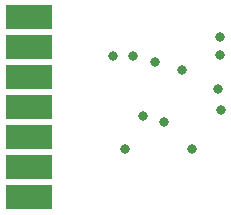
<source format=gbs>
G04 Layer_Color=8150272*
%FSLAX25Y25*%
%MOIN*%
G70*
G01*
G75*
%ADD31R,0.15800X0.08400*%
%ADD32C,0.03200*%
D31*
X112500Y477500D02*
D03*
Y467500D02*
D03*
Y457500D02*
D03*
Y447500D02*
D03*
Y437500D02*
D03*
Y427500D02*
D03*
Y417500D02*
D03*
D32*
X154332Y462699D02*
D03*
X176500Y446500D02*
D03*
X144332Y433699D02*
D03*
X166832D02*
D03*
X175500Y453500D02*
D03*
X163500Y460000D02*
D03*
X157500Y442500D02*
D03*
X150500Y444500D02*
D03*
X176000Y465000D02*
D03*
Y471000D02*
D03*
X140500Y464500D02*
D03*
X147000D02*
D03*
M02*

</source>
